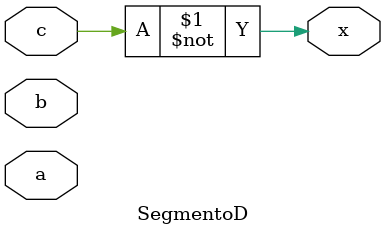
<source format=sv>
module SegmentoD(a,b,c,x);
   input a,b,c;
  output x;
  
  assign x=~c;
  
endmodule
</source>
